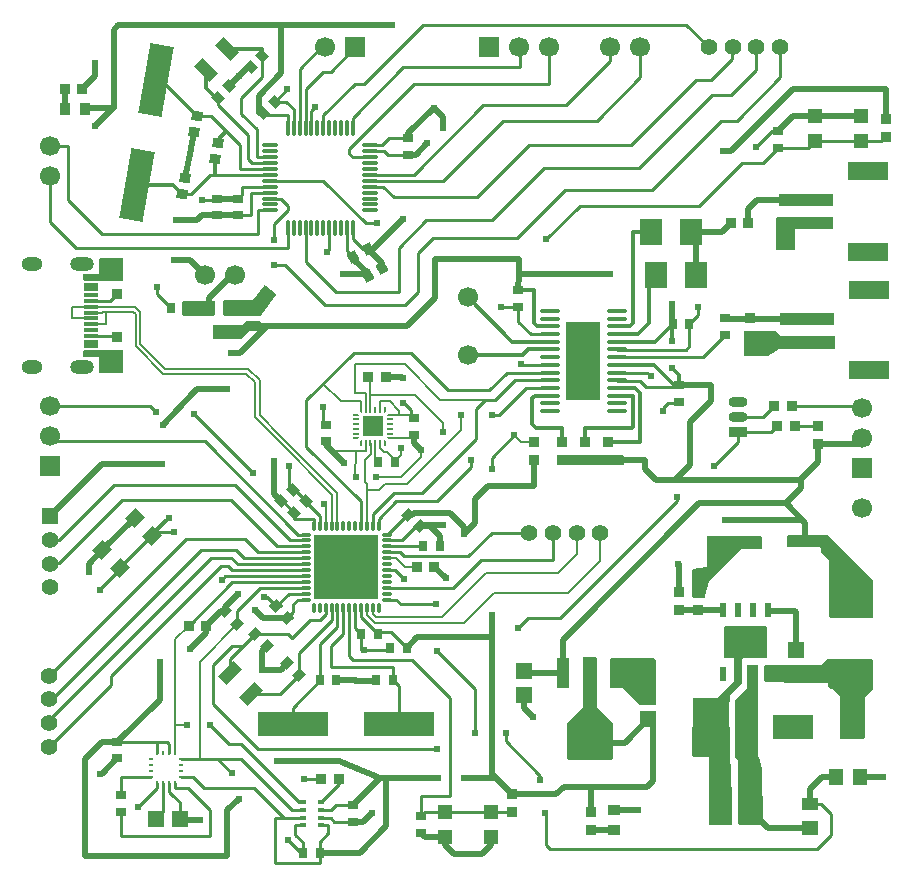
<source format=gtl>
G04 Layer: TopLayer*
G04 EasyEDA v6.5.40, 2024-05-01 14:29:32*
G04 7703e67730494ffebf129c6139567d94,10*
G04 Gerber Generator version 0.2*
G04 Scale: 100 percent, Rotated: No, Reflected: No *
G04 Dimensions in millimeters *
G04 leading zeros omitted , absolute positions ,4 integer and 5 decimal *
%FSLAX45Y45*%
%MOMM*%

%AMMACRO1*21,1,$1,$2,0,0,$3*%
%AMMACRO2*4,1,5,0.2528,0.1,0.2528,-0.1,-0.2522,-0.1,-0.2528,0,-0.1528,0.1,0.2528,0.1,0*%
%AMMACRO3*4,1,5,-0.1,0.2528,-0.1,-0.1528,0,-0.2528,0.1,-0.2522,0.1,0.2528,-0.1,0.2528,0*%
%AMMACRO4*4,1,5,-0.1,-0.2527,-0.1,0.1528,0,0.2527,0.1,0.2523,0.1,-0.2527,-0.1,-0.2527,0*%
%AMMACRO5*4,1,5,0.1,-0.2528,0.1,0.1527,0,0.2528,-0.1,0.2522,-0.1,-0.2528,0.1,-0.2528,0*%
%AMMACRO6*4,1,5,0.2528,-0.1,0.2528,0.1,-0.2522,0.1,-0.2528,0,-0.1527,-0.1,0.2528,-0.1,0*%
%AMMACRO7*4,1,5,-0.2528,0.1,-0.2528,-0.1,0.2522,-0.1,0.2528,0,0.1527,0.1,-0.2528,0.1,0*%
%AMMACRO8*4,1,5,-0.2527,-0.1,-0.2527,0.1,0.2522,0.1,0.2527,0,0.1527,-0.1,-0.2527,-0.1,0*%
%AMMACRO9*4,1,5,0.1,0.2528,0.1,-0.1528,0,-0.2528,-0.1,-0.2522,-0.1,0.2528,0.1,0.2528,0*%
%AMMACRO10*4,1,4,0.2828,0.9899,0.9899,0.2828,-0.2828,-0.9899,-0.9899,-0.2828,0.2828,0.9899,0*%
%AMMACRO11*4,1,4,0.9899,-0.2828,0.2828,-0.9899,-0.9899,0.2828,-0.2828,0.9899,0.9899,-0.2828,0*%
%ADD10C,0.5000*%
%ADD11C,0.2794*%
%ADD12C,0.2032*%
%ADD13C,0.3000*%
%ADD14C,0.4978*%
%ADD15C,0.2790*%
%ADD16MACRO1,0.864X0.8065X-90.0000*%
%ADD17MACRO1,0.864X0.8065X90.0000*%
%ADD18MACRO1,0.864X0.8065X0.0000*%
%ADD19R,0.8640X0.8065*%
%ADD20R,1.9000X2.2900*%
%ADD21MACRO1,0.8X0.9X-135.0000*%
%ADD22MACRO1,0.8X0.9X45.0000*%
%ADD23R,0.9000X0.8000*%
%ADD24MACRO1,0.8X0.9X30.0003*%
%ADD25MACRO1,0.8X0.9X-99.9994*%
%ADD26MACRO1,0.8X0.9X80.0006*%
%ADD27R,0.8999X1.0000*%
%ADD28R,1.3000X0.3000*%
%ADD29R,3.5000X2.3500*%
%ADD30MACRO1,0.864X0.8065X-135.0000*%
%ADD31R,4.5999X1.0008*%
%ADD32R,3.4011X1.6002*%
%ADD33R,1.3005X1.1506*%
%ADD34MACRO1,1.35X1.41X90.0000*%
%ADD35MACRO1,1.35X1.41X0.0000*%
%ADD36R,1.3500X1.4100*%
%ADD37R,2.8000X0.8000*%
%ADD38R,2.0000X2.0000*%
%ADD39O,1.7314926000000002X0.3430016*%
%ADD40R,2.9000X6.7000*%
%ADD41R,1.0000X0.8999*%
%ADD42R,1.1000X2.5000*%
%ADD43MACRO1,3.6X2.34X0.0000*%
%ADD44R,0.6000X1.3000*%
%ADD45R,3.5000X2.5000*%
%ADD46R,0.6000X0.4000*%
%ADD47R,0.4500X0.2500*%
%ADD48R,0.2500X0.4500*%
%ADD49O,1.499997X0.27000199999999996*%
%ADD50O,0.27000199999999996X1.499997*%
%ADD51O,0.2800096X0.8999982*%
%ADD52O,0.8999982X0.2800096*%
%ADD53R,5.5000X5.5000*%
%ADD54R,0.5050X0.2000*%
%ADD55R,0.2000X0.5050*%
%ADD56MACRO2*%
%ADD57R,1.7000X1.7000*%
%ADD58MACRO3*%
%ADD59MACRO4*%
%ADD60MACRO5*%
%ADD61MACRO6*%
%ADD62MACRO7*%
%ADD63MACRO8*%
%ADD64MACRO9*%
%ADD65MACRO10*%
%ADD66MACRO11*%
%ADD67R,0.8000X0.9000*%
%ADD68MACRO1,0.8X0.9X-45.0000*%
%ADD69MACRO1,0.8X0.9X135.0000*%
%ADD70MACRO1,6X2X-99.9999*%
%ADD71MACRO1,6X2X-100.0001*%
%ADD72R,6.0000X2.0000*%
%ADD73MACRO1,0.8X0.9X-134.9987*%
%ADD74MACRO1,0.8X0.9X-135.9995*%
%ADD75MACRO1,0.8X0.9X-49.9999*%
%ADD76MACRO1,1.377X1.1325X0.0000*%
%ADD77R,1.3770X1.1325*%
%ADD78MACRO1,1.377X1.1325X-90.0000*%
%ADD79R,1.0160X1.1430*%
%ADD80MACRO1,1.3005X1.1506X-135.0000*%
%ADD81C,1.7000*%
%ADD82O,1.7999964X1.1999976*%
%ADD83O,1.9999959999999999X1.1999976*%
%ADD84R,1.4000X1.4000*%
%ADD85C,1.4000*%
%ADD86O,1.5999968X0.8999982*%
%ADD87R,1.6000X0.9000*%
%ADD88C,0.6100*%
%ADD89C,0.6200*%
%ADD90C,0.0126*%

%LPD*%
G36*
X6471767Y-1975510D02*
G01*
X6467906Y-1974748D01*
X6464604Y-1972513D01*
X6462420Y-1969211D01*
X6461607Y-1965350D01*
X6461607Y-1705610D01*
X6462420Y-1701698D01*
X6464604Y-1698396D01*
X6467906Y-1696212D01*
X6471767Y-1695450D01*
X6606489Y-1695450D01*
X6610400Y-1696212D01*
X6613702Y-1698396D01*
X6615887Y-1701698D01*
X6616649Y-1705610D01*
X6616649Y-1965350D01*
X6615887Y-1969211D01*
X6613702Y-1972513D01*
X6610400Y-1974748D01*
X6606489Y-1975510D01*
G37*

%LPD*%
G36*
X741629Y-2239975D02*
G01*
X738835Y-2239619D01*
X733552Y-2236774D01*
X728065Y-2234844D01*
X721766Y-2234133D01*
X602081Y-2234133D01*
X597712Y-2233168D01*
X594207Y-2230424D01*
X592226Y-2226462D01*
X590296Y-2218944D01*
X589991Y-2216454D01*
X589991Y-2190140D01*
X590753Y-2186279D01*
X592988Y-2182977D01*
X596290Y-2180793D01*
X600151Y-2179980D01*
X728980Y-2179980D01*
X729996Y-2179015D01*
X729996Y-2050135D01*
X730758Y-2046274D01*
X732993Y-2042972D01*
X736295Y-2040788D01*
X740156Y-2039975D01*
X919835Y-2039975D01*
X923747Y-2040788D01*
X926998Y-2042972D01*
X929233Y-2046274D01*
X929995Y-2050135D01*
X929995Y-2229815D01*
X929233Y-2233726D01*
X926998Y-2237028D01*
X923747Y-2239213D01*
X919835Y-2239975D01*
G37*

%LPD*%
G36*
X1788363Y-2530856D02*
G01*
X1784451Y-2530094D01*
X1781200Y-2527909D01*
X1778965Y-2524607D01*
X1778203Y-2520696D01*
X1778203Y-2415082D01*
X1778965Y-2411171D01*
X1781200Y-2407869D01*
X1785264Y-2403805D01*
X1788515Y-2401620D01*
X1792376Y-2400858D01*
X2028647Y-2399995D01*
X2030628Y-2399182D01*
X2123694Y-2278227D01*
X2126691Y-2275586D01*
X2130501Y-2274316D01*
X2134514Y-2274620D01*
X2138070Y-2276449D01*
X2222500Y-2344013D01*
X2224989Y-2346909D01*
X2226208Y-2350516D01*
X2226005Y-2354326D01*
X2224430Y-2357831D01*
X2108708Y-2520188D01*
X2101189Y-2527909D01*
X2097887Y-2530094D01*
X2093975Y-2530856D01*
G37*

%LPD*%
G36*
X1438351Y-2530856D02*
G01*
X1434490Y-2530094D01*
X1431188Y-2527909D01*
X1428953Y-2524607D01*
X1428191Y-2520696D01*
X1428191Y-2421026D01*
X1428953Y-2417114D01*
X1431188Y-2413863D01*
X1434490Y-2411628D01*
X1438351Y-2410866D01*
X1698040Y-2410866D01*
X1701952Y-2411628D01*
X1705203Y-2413863D01*
X1707438Y-2417114D01*
X1708200Y-2421026D01*
X1708200Y-2520696D01*
X1707438Y-2524607D01*
X1705203Y-2527909D01*
X1701952Y-2530094D01*
X1698040Y-2530856D01*
G37*

%LPD*%
G36*
X1698345Y-2730855D02*
G01*
X1694484Y-2730093D01*
X1691182Y-2727909D01*
X1688998Y-2724607D01*
X1688185Y-2720695D01*
X1688185Y-2621026D01*
X1688998Y-2617114D01*
X1691182Y-2613863D01*
X1694484Y-2611628D01*
X1698345Y-2610866D01*
X1937207Y-2610866D01*
X1938883Y-2610154D01*
X1965248Y-2583840D01*
X1968500Y-2581656D01*
X1972411Y-2580843D01*
X2088032Y-2580843D01*
X2091943Y-2581656D01*
X2095246Y-2583840D01*
X2097430Y-2587142D01*
X2098192Y-2591003D01*
X2098192Y-2650693D01*
X2097430Y-2654604D01*
X2095246Y-2657906D01*
X2091943Y-2660091D01*
X2088032Y-2660853D01*
X1999183Y-2660853D01*
X1997506Y-2661564D01*
X1931162Y-2727909D01*
X1927860Y-2730093D01*
X1923999Y-2730855D01*
G37*

%LPD*%
G36*
X6196736Y-2870708D02*
G01*
X6192824Y-2869946D01*
X6189522Y-2867761D01*
X6187338Y-2864459D01*
X6186576Y-2860548D01*
X6186576Y-2670810D01*
X6187338Y-2666949D01*
X6189522Y-2663647D01*
X6192824Y-2661462D01*
X6196736Y-2660650D01*
X6452412Y-2660650D01*
X6456324Y-2661462D01*
X6459626Y-2663647D01*
X6495948Y-2699969D01*
X6497624Y-2700680D01*
X6946595Y-2700680D01*
X6950456Y-2701442D01*
X6953758Y-2703677D01*
X6955993Y-2706928D01*
X6956755Y-2710840D01*
X6956755Y-2800553D01*
X6955993Y-2804414D01*
X6953758Y-2807716D01*
X6950456Y-2809951D01*
X6946595Y-2810713D01*
X6488023Y-2810713D01*
X6485432Y-2811424D01*
X6389014Y-2869285D01*
X6386525Y-2870352D01*
X6383782Y-2870708D01*
G37*

%LPD*%
G36*
X740156Y-3020009D02*
G01*
X736295Y-3019196D01*
X732993Y-3017012D01*
X730758Y-3013710D01*
X729996Y-3009849D01*
X729996Y-2881020D01*
X728980Y-2880004D01*
X600151Y-2880004D01*
X596290Y-2879242D01*
X592988Y-2877007D01*
X590753Y-2873705D01*
X589991Y-2869844D01*
X589991Y-2843631D01*
X590296Y-2841142D01*
X592226Y-2833624D01*
X594207Y-2829661D01*
X597712Y-2826918D01*
X602081Y-2825953D01*
X721766Y-2825953D01*
X728116Y-2825242D01*
X733552Y-2823311D01*
X736396Y-2821533D01*
X738987Y-2820416D01*
X741781Y-2820009D01*
X919835Y-2820009D01*
X923747Y-2820771D01*
X926998Y-2822956D01*
X929233Y-2826258D01*
X929995Y-2830169D01*
X929995Y-3009849D01*
X929233Y-3013710D01*
X926998Y-3017012D01*
X923747Y-3019196D01*
X919835Y-3020009D01*
G37*

%LPD*%
G36*
X4610150Y-3799992D02*
G01*
X4606239Y-3799230D01*
X4602988Y-3796995D01*
X4600752Y-3793744D01*
X4599990Y-3789832D01*
X4599990Y-3720134D01*
X4600752Y-3716274D01*
X4602988Y-3712972D01*
X4606239Y-3710787D01*
X4610150Y-3709974D01*
X5159806Y-3709974D01*
X5163718Y-3710787D01*
X5167020Y-3712972D01*
X5169204Y-3716274D01*
X5169966Y-3720134D01*
X5169966Y-3789832D01*
X5169204Y-3793744D01*
X5167020Y-3796995D01*
X5163718Y-3799230D01*
X5159806Y-3799992D01*
G37*

%LPD*%
G36*
X5760161Y-4919980D02*
G01*
X5756300Y-4919218D01*
X5752998Y-4916982D01*
X5750814Y-4913731D01*
X5750001Y-4909820D01*
X5750001Y-4688586D01*
X5750661Y-4685080D01*
X5752439Y-4682032D01*
X5755182Y-4679746D01*
X5758484Y-4678578D01*
X5869025Y-4660138D01*
X5870041Y-4659426D01*
X5869990Y-4410151D01*
X5870752Y-4406239D01*
X5872988Y-4402988D01*
X5876239Y-4400753D01*
X5880150Y-4399991D01*
X6329832Y-4399991D01*
X6333744Y-4400753D01*
X6337046Y-4402937D01*
X6339230Y-4406239D01*
X6340043Y-4410151D01*
X6340043Y-4499813D01*
X6339230Y-4503724D01*
X6337046Y-4507026D01*
X6333744Y-4509211D01*
X6329883Y-4509973D01*
X6161024Y-4509973D01*
X6159296Y-4510684D01*
X5891022Y-4778959D01*
X5889701Y-4781397D01*
X5860694Y-4907127D01*
X5859678Y-4909769D01*
X5857951Y-4912055D01*
X5852972Y-4916982D01*
X5849721Y-4919218D01*
X5845810Y-4919980D01*
G37*

%LPD*%
G36*
X6920179Y-5090007D02*
G01*
X6916267Y-5089194D01*
X6913016Y-5087010D01*
X6910781Y-5083708D01*
X6910019Y-5079847D01*
X6910019Y-4601006D01*
X6909308Y-4599279D01*
X6843014Y-4532934D01*
X6840778Y-4529683D01*
X6840016Y-4525772D01*
X6840016Y-4500981D01*
X6839305Y-4499254D01*
X6830720Y-4490669D01*
X6828993Y-4490008D01*
X6560159Y-4490008D01*
X6556298Y-4489196D01*
X6552996Y-4487011D01*
X6550812Y-4483709D01*
X6549999Y-4479848D01*
X6549999Y-4400143D01*
X6550812Y-4396232D01*
X6552996Y-4392980D01*
X6556298Y-4390745D01*
X6560159Y-4389983D01*
X6895795Y-4389983D01*
X6899706Y-4390745D01*
X6903008Y-4392980D01*
X7277049Y-4767021D01*
X7279233Y-4770323D01*
X7279995Y-4774184D01*
X7279995Y-5079847D01*
X7279233Y-5083708D01*
X7277049Y-5087010D01*
X7273747Y-5089194D01*
X7269835Y-5090007D01*
G37*

%LPD*%
G36*
X5305552Y-5826455D02*
G01*
X5301640Y-5825693D01*
X5298338Y-5823508D01*
X5161991Y-5687161D01*
X5160314Y-5686450D01*
X5066436Y-5686450D01*
X5062524Y-5685637D01*
X5059273Y-5683453D01*
X5057038Y-5680151D01*
X5056276Y-5676290D01*
X5056276Y-5436514D01*
X5057038Y-5432653D01*
X5059273Y-5429351D01*
X5062524Y-5427116D01*
X5066436Y-5426354D01*
X5417159Y-5426354D01*
X5421020Y-5427116D01*
X5424322Y-5429351D01*
X5443372Y-5448401D01*
X5445607Y-5451703D01*
X5446369Y-5455564D01*
X5446369Y-5816295D01*
X5445607Y-5820206D01*
X5443372Y-5823508D01*
X5440121Y-5825693D01*
X5436209Y-5826455D01*
G37*

%LPD*%
G36*
X7010196Y-6109970D02*
G01*
X7006285Y-6109208D01*
X7002983Y-6107023D01*
X7000798Y-6103721D01*
X7000036Y-6099810D01*
X7000036Y-5750966D01*
X6999325Y-5749290D01*
X6940702Y-5690666D01*
X6939025Y-5690006D01*
X6924243Y-5690006D01*
X6920331Y-5689193D01*
X6917029Y-5687009D01*
X6903008Y-5672937D01*
X6900773Y-5669635D01*
X6900011Y-5665774D01*
X6900011Y-5640984D01*
X6898995Y-5639968D01*
X6534200Y-5639968D01*
X6530340Y-5639206D01*
X6527038Y-5637022D01*
X6520738Y-5630672D01*
X6519011Y-5629960D01*
X6370167Y-5629960D01*
X6366306Y-5629198D01*
X6363004Y-5627014D01*
X6360769Y-5623712D01*
X6360007Y-5619800D01*
X6360007Y-5500166D01*
X6360769Y-5496255D01*
X6363004Y-5492953D01*
X6366306Y-5490768D01*
X6370167Y-5490006D01*
X6839000Y-5490006D01*
X6840728Y-5489295D01*
X6887057Y-5442966D01*
X6890359Y-5440730D01*
X6894220Y-5439968D01*
X7269835Y-5439968D01*
X7273747Y-5440730D01*
X7277049Y-5442966D01*
X7279233Y-5446268D01*
X7279995Y-5450128D01*
X7279995Y-5685790D01*
X7279233Y-5689650D01*
X7277049Y-5692952D01*
X7210704Y-5759297D01*
X7209993Y-5760974D01*
X7209993Y-6099810D01*
X7209231Y-6103721D01*
X7207046Y-6107023D01*
X7203744Y-6109208D01*
X7199833Y-6109970D01*
G37*

%LPD*%
G36*
X6440170Y-6119977D02*
G01*
X6436309Y-6119215D01*
X6433007Y-6116980D01*
X6430772Y-6113729D01*
X6430010Y-6109817D01*
X6430010Y-5920130D01*
X6430772Y-5916269D01*
X6433007Y-5912967D01*
X6436309Y-5910732D01*
X6440170Y-5909970D01*
X6759854Y-5909970D01*
X6763766Y-5910732D01*
X6767017Y-5912967D01*
X6769252Y-5916269D01*
X6770014Y-5920130D01*
X6770014Y-6109817D01*
X6769252Y-6113729D01*
X6767017Y-6116980D01*
X6763766Y-6119215D01*
X6759854Y-6119977D01*
G37*

%LPD*%
G36*
X4704181Y-6290005D02*
G01*
X4700320Y-6289192D01*
X4697018Y-6287008D01*
X4692954Y-6282944D01*
X4690770Y-6279642D01*
X4690008Y-6275781D01*
X4690008Y-5984189D01*
X4690770Y-5980328D01*
X4692954Y-5977026D01*
X4819294Y-5850686D01*
X4820005Y-5849010D01*
X4820005Y-5430164D01*
X4820767Y-5426252D01*
X4822952Y-5422950D01*
X4826254Y-5420766D01*
X4830165Y-5420004D01*
X4929835Y-5420004D01*
X4933696Y-5420766D01*
X4936998Y-5422950D01*
X4939233Y-5426252D01*
X4939995Y-5430164D01*
X4939995Y-5849010D01*
X4941011Y-5849975D01*
X4945786Y-5849975D01*
X4949647Y-5850737D01*
X4952949Y-5852972D01*
X5077002Y-5977026D01*
X5079238Y-5980328D01*
X5080000Y-5984189D01*
X5080000Y-6279845D01*
X5079238Y-6283706D01*
X5077002Y-6287008D01*
X5073700Y-6289192D01*
X5069840Y-6290005D01*
G37*

%LPD*%
G36*
X6150152Y-6839966D02*
G01*
X6146292Y-6839203D01*
X6142990Y-6837019D01*
X6140805Y-6833717D01*
X6139992Y-6829806D01*
X6139992Y-6300978D01*
X6139484Y-6299352D01*
X6112459Y-6267856D01*
X6110630Y-6264757D01*
X6110020Y-6261201D01*
X6110020Y-5794197D01*
X6110782Y-5790285D01*
X6113018Y-5786983D01*
X6209334Y-5690666D01*
X6209995Y-5688990D01*
X6209995Y-5500166D01*
X6210808Y-5496255D01*
X6212992Y-5492953D01*
X6216294Y-5490768D01*
X6220155Y-5490006D01*
X6299860Y-5490006D01*
X6303721Y-5490768D01*
X6307023Y-5492953D01*
X6309258Y-5496255D01*
X6310020Y-5500166D01*
X6310020Y-6264249D01*
X6310223Y-6265672D01*
X6339636Y-6368643D01*
X6340043Y-6371336D01*
X6344920Y-6829704D01*
X6344158Y-6833616D01*
X6341973Y-6836968D01*
X6338671Y-6839203D01*
X6334760Y-6839966D01*
G37*

%LPD*%
G36*
X5900166Y-6844995D02*
G01*
X5896305Y-6844182D01*
X5893003Y-6841998D01*
X5890768Y-6838696D01*
X5890006Y-6834835D01*
X5890006Y-6265976D01*
X5888990Y-6265011D01*
X5760262Y-6265011D01*
X5756351Y-6264198D01*
X5753049Y-6261963D01*
X5750814Y-6258661D01*
X5750102Y-6254750D01*
X5754878Y-5780024D01*
X5755690Y-5776214D01*
X5757875Y-5772912D01*
X5761177Y-5770727D01*
X5765038Y-5769965D01*
X5959043Y-5769965D01*
X5960719Y-5769254D01*
X6099302Y-5630672D01*
X6100013Y-5628995D01*
X6100013Y-5430977D01*
X6098997Y-5429961D01*
X6030163Y-5429961D01*
X6026302Y-5429199D01*
X6023000Y-5427014D01*
X6020816Y-5423712D01*
X6020003Y-5419801D01*
X6020003Y-5170119D01*
X6020816Y-5166258D01*
X6023000Y-5162956D01*
X6026302Y-5160772D01*
X6030163Y-5159959D01*
X6369862Y-5159959D01*
X6373723Y-5160772D01*
X6377025Y-5162956D01*
X6379260Y-5166258D01*
X6380022Y-5170119D01*
X6380022Y-5419801D01*
X6379260Y-5423712D01*
X6377025Y-5427014D01*
X6373723Y-5429199D01*
X6369862Y-5429961D01*
X6181039Y-5429961D01*
X6179312Y-5430672D01*
X6170726Y-5439257D01*
X6170015Y-5440984D01*
X6170015Y-5635752D01*
X6169253Y-5639663D01*
X6167018Y-5642965D01*
X6070701Y-5739282D01*
X6070041Y-5740958D01*
X6070041Y-5785764D01*
X6069228Y-5789676D01*
X6067044Y-5792978D01*
X6060643Y-5799378D01*
X6060033Y-5801004D01*
X6069990Y-6229908D01*
X6085027Y-6614769D01*
X6085027Y-6834835D01*
X6084214Y-6838696D01*
X6082030Y-6841998D01*
X6078728Y-6844182D01*
X6074867Y-6844995D01*
G37*

%LPD*%
D10*
X6670040Y-3914139D02*
G01*
X6664197Y-3919981D01*
X5439918Y-3919981D01*
X5350002Y-3830065D01*
X5350002Y-3755389D01*
X5035041Y-3755389D01*
D11*
X2474975Y-4684776D02*
G01*
X1849120Y-4684776D01*
X1819402Y-4655057D01*
X1761744Y-4655057D01*
X830326Y-5586476D01*
X830326Y-5654802D01*
X305054Y-6180073D01*
D10*
X1725015Y-1680006D02*
G01*
X1594987Y-1680006D01*
X1555000Y-1719994D01*
X1380015Y-1719994D01*
D12*
X3640836Y-3515868D02*
G01*
X3640836Y-3440937D01*
X3399790Y-3199892D01*
X3024886Y-3199892D01*
X3024886Y-3166871D01*
D11*
X2795015Y-5005070D02*
G01*
X2795015Y-5224970D01*
X2689857Y-5330123D01*
X2689857Y-5509988D01*
X3215004Y-5509988D01*
X3215004Y-5619978D01*
X2844800Y-5004815D02*
G01*
X2844800Y-5409945D01*
X2879852Y-5444997D01*
X3374897Y-5444997D01*
X3700018Y-5770118D01*
X3700018Y-6249923D01*
D10*
X5781497Y-2189987D02*
G01*
X5781497Y-1819988D01*
X5741492Y-1819988D01*
D11*
X4515104Y-1884934D02*
G01*
X4795011Y-1605026D01*
X5804915Y-1605026D01*
X6169913Y-1240028D01*
X6352286Y-1240028D01*
X6476745Y-1115568D01*
D13*
X5114180Y-2622885D02*
G01*
X5222092Y-2622885D01*
X5249986Y-2594990D01*
X5249986Y-1819986D01*
X5398490Y-1819986D01*
D12*
X2695041Y-4315079D02*
G01*
X2695041Y-4284080D01*
X2699750Y-4279371D01*
X2699750Y-4177771D01*
X2699750Y-4047515D01*
X2230140Y-3577904D01*
X2044720Y-3392484D01*
X2044720Y-3131820D01*
X2044720Y-3096417D01*
X1970879Y-3022579D01*
X1305560Y-3022579D01*
X1271325Y-3022579D01*
X1036340Y-2787594D01*
X1036340Y-2555239D01*
X1036340Y-2519837D01*
X1016802Y-2500302D01*
X854118Y-2500302D01*
X752518Y-2500302D01*
X747821Y-2504998D01*
X657428Y-2504998D01*
X2745079Y-4315079D02*
G01*
X2745079Y-4284080D01*
X2740370Y-4279371D01*
X2740370Y-4177771D01*
X2740370Y-4030690D01*
X2270759Y-3561079D01*
X2085340Y-3375660D01*
X2085340Y-3131820D01*
X2085340Y-3079592D01*
X1987704Y-2981960D01*
X1305560Y-2981960D01*
X1288150Y-2981960D01*
X1076960Y-2770769D01*
X1076960Y-2555239D01*
X1076960Y-2503012D01*
X1033627Y-2459682D01*
X854118Y-2459682D01*
X752518Y-2459682D01*
X747821Y-2454986D01*
X657428Y-2454986D01*
D10*
X1910079Y-6620002D02*
G01*
X1810004Y-6720078D01*
X1810004Y-7109968D01*
X607060Y-7109968D01*
X607060Y-6289039D01*
X755904Y-6140195D01*
X881379Y-6140195D01*
D12*
X3044952Y-5004815D02*
G01*
X3044952Y-5055107D01*
X3072384Y-5082539D01*
X3627374Y-5082539D01*
X3999991Y-4709921D01*
X4610100Y-4709921D01*
X4769865Y-4549902D01*
X4769865Y-4370070D01*
X3106420Y-3327400D02*
G01*
X3106420Y-3256279D01*
X3186429Y-3256279D01*
X3266947Y-3336797D01*
X3266947Y-3370326D01*
D11*
X2175009Y-1190010D02*
G01*
X2059995Y-1190010D01*
X2059995Y-949998D01*
X1929996Y-819998D01*
X1929996Y-689998D01*
X2109503Y-510491D01*
X2109503Y-330507D01*
X2644902Y-5005070D02*
G01*
X2644902Y-5059934D01*
X2596895Y-5107939D01*
X2512059Y-5107939D01*
X2359659Y-5260339D01*
X2325370Y-5226050D01*
X2048509Y-5226050D01*
X2695041Y-5004935D02*
G01*
X2695041Y-5109933D01*
X2419324Y-5385650D01*
X2419324Y-5573979D01*
X2744972Y-5005070D02*
G01*
X2744972Y-5164838D01*
X2594990Y-5314820D01*
X2594990Y-5619978D01*
X2894843Y-5004815D02*
G01*
X2894843Y-5175407D01*
X2945765Y-5226329D01*
X2944873Y-5004815D02*
G01*
X2944873Y-5085079D01*
X3085769Y-5225973D01*
X3085769Y-5226329D01*
D12*
X2994919Y-5004815D02*
G01*
X2994919Y-5065011D01*
X3059943Y-5130037D01*
X3819946Y-5130037D01*
X4069989Y-4879987D01*
X4699993Y-4879987D01*
X4969992Y-4609988D01*
X4969992Y-4369968D01*
D11*
X2474975Y-4534915D02*
G01*
X2074925Y-4534915D01*
X1961134Y-4421123D01*
X1463802Y-4421123D01*
X305054Y-5579871D01*
D10*
X604994Y-779998D02*
G01*
X614994Y-769998D01*
X849998Y-769998D01*
X690118Y-929894D02*
G01*
X850900Y-769112D01*
X850900Y-109220D01*
X890015Y-70104D01*
X3210052Y-70104D01*
D11*
X2474975Y-1789937D02*
G01*
X2474975Y-2074926D01*
X2729229Y-2329179D01*
X3263900Y-2329179D01*
X3263900Y-1956054D01*
X3495040Y-1724913D01*
X4050029Y-1724913D01*
X4495038Y-1279905D01*
X5294884Y-1279905D01*
X5915152Y-659892D01*
X6079997Y-659892D01*
X6290056Y-450087D01*
X6290056Y-260095D01*
X2210054Y-2100071D02*
G01*
X2299970Y-2100071D01*
X2643377Y-2443479D01*
X3316477Y-2443479D01*
X3430015Y-2329942D01*
X3430015Y-1999995D01*
X3554984Y-1875028D01*
X4265422Y-1875028D01*
X4675377Y-1465071D01*
X5409945Y-1465071D01*
X5994908Y-880110D01*
X6124956Y-880110D01*
X6489954Y-515112D01*
X6489954Y-260095D01*
D10*
X2105659Y-5529579D02*
G01*
X2265753Y-5529579D01*
X2320330Y-5475003D01*
D14*
X2147570Y-5325110D02*
G01*
X2105659Y-5367020D01*
X2105659Y-5529579D01*
D11*
X2474975Y-4434839D02*
G01*
X2344927Y-4434839D01*
X1876044Y-3965955D01*
X853947Y-3965955D01*
X389889Y-4430013D01*
X309879Y-4430013D01*
D15*
X2297435Y-6782562D02*
G01*
X2217414Y-6782562D01*
X2217414Y-7167879D01*
X2594762Y-7167879D01*
X2594762Y-7081520D01*
D10*
X3105911Y-6450076D02*
G01*
X2755391Y-6299962D01*
X2229865Y-6299962D01*
X2594762Y-7081520D02*
G01*
X2933700Y-7081520D01*
X3159757Y-6855462D01*
X3159757Y-6449987D01*
X3105993Y-6449987D01*
D12*
X2898140Y-3675379D02*
G01*
X2896232Y-3899992D01*
X2899994Y-3899992D01*
D11*
X2944875Y-4314952D02*
G01*
X2944875Y-4104894D01*
X2481579Y-3641597D01*
X2481579Y-3248405D01*
X2884931Y-2845054D01*
X3370072Y-2845054D01*
X3685031Y-3160013D01*
X4029963Y-3160013D01*
X4177029Y-3012947D01*
X4541011Y-3012947D01*
D10*
X2045461Y-5026405D02*
G01*
X2114804Y-5095494D01*
X2318258Y-5095494D01*
X3442936Y-4314149D02*
G01*
X3526749Y-4314149D01*
X3613292Y-4400692D01*
X3613292Y-4483107D01*
D14*
X3442939Y-4314149D02*
G01*
X3449248Y-4307839D01*
X3639820Y-4307839D01*
D12*
X657352Y-2554986D02*
G01*
X500126Y-2554986D01*
X500126Y-2454910D01*
X657352Y-2454910D01*
X657352Y-2605023D02*
G01*
X784860Y-2605023D01*
X784860Y-2499613D01*
D11*
X6476639Y-964945D02*
G01*
X6426911Y-964945D01*
X6291579Y-1100277D01*
X4500118Y-6739889D02*
G01*
X4510024Y-6750050D01*
X4510024Y-7009892D01*
X4546854Y-7046721D01*
X6803390Y-7046721D01*
X6925056Y-6925055D01*
X6925056Y-6754876D01*
X6839965Y-6670039D01*
X6750050Y-6670039D01*
D10*
X4277613Y-2315463D02*
G01*
X4279900Y-2180081D01*
X5050027Y-2180081D01*
D11*
X2215040Y-720702D02*
G01*
X2320584Y-615157D01*
X2320584Y-615154D01*
D10*
X2255514Y-70104D02*
G01*
X2270000Y-84330D01*
X2270000Y-480057D01*
X2080519Y-669533D01*
X2080519Y-819683D01*
X2116048Y-819683D01*
D11*
X1725015Y-1540002D02*
G01*
X1715010Y-1550007D01*
X1599994Y-1550007D01*
X1338201Y-2470863D02*
G01*
X1219200Y-2351862D01*
X1219200Y-2288539D01*
X4277593Y-2455390D02*
G01*
X4277362Y-2455621D01*
X4126052Y-2455621D01*
X5114188Y-3012922D02*
G01*
X5363514Y-3012922D01*
X5396359Y-3045767D01*
X5114290Y-3077971D02*
G01*
X5117084Y-3080765D01*
X5306313Y-3080765D01*
X5361431Y-3135884D01*
X5639815Y-3135884D01*
X5639815Y-3119881D01*
D13*
X5114290Y-2947923D02*
G01*
X5423408Y-2947923D01*
X5595620Y-3119881D01*
X5640070Y-3119881D01*
D11*
X5725109Y-2600096D02*
G01*
X5796460Y-2528745D01*
X5796460Y-2455618D01*
X5114188Y-2817901D02*
G01*
X5116997Y-2820710D01*
X5696435Y-2820710D01*
X5725109Y-2792036D01*
X5725109Y-2600096D01*
X4541011Y-2687828D02*
G01*
X4538218Y-2690621D01*
X4380991Y-2690621D01*
X4277613Y-2587244D01*
X4277613Y-2455418D01*
X5639866Y-3259886D02*
G01*
X5628929Y-3270824D01*
X5546397Y-3270824D01*
X5501386Y-3315835D01*
X5501386Y-3340841D01*
X2945767Y-5226329D02*
G01*
X2945767Y-5364987D01*
X2969996Y-5364987D01*
X2969996Y-5364987D02*
G01*
X3190824Y-5364987D01*
X3190824Y-5341343D01*
X3164941Y-4434967D02*
G01*
X3291979Y-4434967D01*
X3412804Y-4314139D01*
X3442944Y-4314139D01*
X3164941Y-4384929D02*
G01*
X3334715Y-4215155D01*
X3343960Y-4215155D01*
D10*
X3819908Y-4379973D02*
G01*
X3819908Y-4320034D01*
X3699769Y-4199892D01*
X3389884Y-4199892D01*
X3374621Y-4215155D01*
X3343960Y-4215155D01*
D14*
X3566198Y-4661184D02*
G01*
X3660922Y-4755908D01*
X3660922Y-4756198D01*
X7169993Y-6439992D02*
G01*
X7173371Y-6436613D01*
X7361859Y-6436613D01*
D12*
X3187750Y-3369995D02*
G01*
X3359988Y-3369995D01*
X3389985Y-3399993D01*
X3229990Y-3769995D02*
G01*
X3285827Y-3714158D01*
X3285827Y-3655921D01*
X3104997Y-3612743D02*
G01*
X3104997Y-3655136D01*
X3135790Y-3685928D01*
X3165797Y-3685928D01*
X3229990Y-3750122D01*
X3229990Y-3769995D01*
X3065015Y-3612642D02*
G01*
X3065015Y-3769995D01*
X3090011Y-3769995D01*
D11*
X2644142Y-3455540D02*
G01*
X2623820Y-3435217D01*
X2623820Y-3307079D01*
X2594869Y-4315203D02*
G01*
X2594869Y-4230370D01*
X2477744Y-4113248D01*
X2477744Y-4103395D01*
X2477744Y-4103395D02*
G01*
X2382111Y-4007761D01*
X2369393Y-4007761D01*
X2369393Y-4007761D02*
G01*
X2334259Y-3972628D01*
X2334259Y-3807460D01*
X3085769Y-5226329D02*
G01*
X3085769Y-5211315D01*
X3200808Y-5211315D01*
X3330823Y-5341343D01*
D10*
X3330829Y-5341340D02*
G01*
X3420844Y-5251325D01*
X4049996Y-5251325D01*
X4049996Y-5285686D01*
D11*
X2228291Y-4988278D02*
G01*
X2149833Y-4909820D01*
X2123440Y-4909820D01*
X2474973Y-4834892D02*
G01*
X2091941Y-4834892D01*
X1897303Y-5029530D01*
X1897303Y-5140883D01*
D10*
X1790776Y-5034356D02*
G01*
X1790776Y-4995854D01*
X1900430Y-4886200D01*
D11*
X2475072Y-4885054D02*
G01*
X2331516Y-4885054D01*
X2228291Y-4988280D01*
D14*
X2875285Y-6816242D02*
G01*
X2962757Y-6816242D01*
X3037840Y-6741160D01*
X881379Y-6280304D02*
G01*
X753264Y-6408420D01*
X736600Y-6408420D01*
D10*
X3450005Y-6909993D02*
G01*
X3486683Y-6946671D01*
X3654425Y-6946671D01*
X3654552Y-6946645D02*
G01*
X3654552Y-7015226D01*
X3731006Y-7091679D01*
X3850218Y-7091679D01*
X3850218Y-7091679D02*
G01*
X3971036Y-7091679D01*
X4045458Y-7017258D01*
X4045458Y-6946645D01*
X5089982Y-6714997D02*
G01*
X5286331Y-6714997D01*
X4322439Y-5740859D02*
G01*
X4322439Y-5852815D01*
X4401108Y-5931484D01*
D11*
X4170934Y-6061455D02*
G01*
X4170934Y-6136639D01*
X4459986Y-6425437D01*
X4459986Y-6459981D01*
X2625090Y-940054D02*
G01*
X2625090Y-835660D01*
X2890774Y-569976D01*
X2970022Y-569976D01*
X3469893Y-70104D01*
X5700013Y-70104D01*
X5890006Y-260095D01*
X3024886Y-1189989D02*
G01*
X2875025Y-1189989D01*
X2845054Y-1160018D01*
X2845054Y-1119886D01*
X3394963Y-569976D01*
X4539995Y-569976D01*
X4539995Y-260095D01*
X2875025Y-940054D02*
G01*
X2875025Y-854963D01*
X3299968Y-430021D01*
X4291075Y-430021D01*
X4291075Y-260095D01*
X4285995Y-260095D01*
X2474975Y-4584954D02*
G01*
X1955038Y-4584954D01*
X1886204Y-4516120D01*
X1588770Y-4516120D01*
X324865Y-5780023D01*
X305054Y-5780023D01*
X2474975Y-4484878D02*
G01*
X2234945Y-4484878D01*
X1846071Y-4096004D01*
X923797Y-4096004D01*
X389889Y-4629912D01*
X309879Y-4629912D01*
X2175007Y-1389987D02*
G01*
X2625003Y-1389987D01*
X2984992Y-1749983D01*
X3079993Y-1749996D01*
D10*
X6476644Y-964920D02*
G01*
X6598008Y-843556D01*
X6786166Y-843556D01*
X6786168Y-843559D02*
G01*
X7199403Y-843559D01*
X7203777Y-839185D01*
D11*
X7386853Y-1015542D02*
G01*
X7345474Y-1056921D01*
X7177323Y-1056921D01*
X6786166Y-1056921D02*
G01*
X6727494Y-1115593D01*
X6476644Y-1115593D01*
X7203777Y-1052542D02*
G01*
X7199401Y-1056919D01*
X6786168Y-1056919D01*
X3700018Y-6249923D02*
G01*
X3700018Y-6595110D01*
X3450081Y-6595110D01*
X3450081Y-6769862D01*
D10*
X2734990Y-5619978D02*
G01*
X2904997Y-5619978D01*
X2910001Y-5624982D01*
X2910001Y-5624982D02*
G01*
X3075000Y-5624982D01*
X3075000Y-5619978D01*
D11*
X3024886Y-1439926D02*
G01*
X3130041Y-1439926D01*
X3219958Y-1530095D01*
X3929888Y-1530095D01*
X4370070Y-1089913D01*
X5230113Y-1089913D01*
X5780024Y-540004D01*
X5910072Y-540004D01*
X6089904Y-359918D01*
X6089904Y-260095D01*
D13*
X5114290Y-2752852D02*
G01*
X5398515Y-2752852D01*
X5398515Y-2752852D01*
X5432043Y-2752852D01*
X5584952Y-2599944D01*
D10*
X4322445Y-5540857D02*
G01*
X4335449Y-5553862D01*
X4652441Y-5553862D01*
X585335Y-609996D02*
G01*
X695960Y-499371D01*
X695960Y-393700D01*
X434594Y-610107D02*
G01*
X435102Y-780034D01*
X1659381Y-2469387D02*
G01*
X1659381Y-2380742D01*
X1849881Y-2189987D01*
X1877060Y-2189987D01*
X1622983Y-2189987D02*
G01*
X1492986Y-2059990D01*
X1359992Y-2059990D01*
X1839976Y-2849879D02*
G01*
X1919986Y-2849879D01*
X2150109Y-2620010D01*
X3329940Y-2620010D01*
X3569970Y-2379979D01*
X3569970Y-2050034D01*
X4279900Y-2050034D01*
X4279900Y-2180081D01*
X2169922Y-2620010D02*
G01*
X2171031Y-2620865D01*
X2048200Y-2620865D01*
D11*
X1730476Y-689482D02*
G01*
X1730476Y-745464D01*
X1990006Y-1004994D01*
X1990006Y-1205011D01*
X2025017Y-1239997D01*
X2175012Y-1239997D01*
D13*
X1631622Y-448388D02*
G01*
X1631622Y-606610D01*
X1714492Y-689482D01*
X1730476Y-689482D01*
D10*
X2879364Y-2034994D02*
G01*
X2879364Y-2049376D01*
X3000070Y-2170079D01*
X3000070Y-2199081D01*
X3000598Y-1964997D02*
G01*
X3121329Y-2085728D01*
X3121329Y-2129078D01*
X3299993Y-1709996D02*
G01*
X3045000Y-1964989D01*
X3000608Y-1964989D01*
X3559992Y-769998D02*
G01*
X3639992Y-849998D01*
X3639992Y-939998D01*
X3342642Y-1169819D02*
G01*
X3407260Y-1169819D01*
X3505200Y-1071879D01*
D11*
X3024880Y-1340104D02*
G01*
X3389884Y-1340104D01*
X3979923Y-750062D01*
X4679950Y-750062D01*
X5054295Y-375716D01*
X5054295Y-260070D01*
D10*
X3559992Y-769998D02*
G01*
X3342640Y-987353D01*
X3342640Y-1029817D01*
D11*
X2325115Y-1789937D02*
G01*
X2325115Y-1960115D01*
X530100Y-1960115D01*
X310083Y-1740098D01*
X310083Y-1347317D01*
D10*
X2060079Y-2629915D02*
G01*
X2051034Y-2620873D01*
X2048205Y-2620873D01*
X1529996Y-3179993D02*
G01*
X1559996Y-3149993D01*
X1809996Y-3149993D01*
X1270000Y-3459987D02*
G01*
X1529996Y-3179993D01*
D12*
X3070097Y-3899915D02*
G01*
X3279902Y-3899915D01*
X3450081Y-3729989D01*
X3450081Y-3670045D01*
D10*
X3000070Y-2199081D02*
G01*
X2980987Y-2179998D01*
X2789994Y-2179998D01*
D11*
X2175007Y-1539999D02*
G01*
X2265011Y-1539999D01*
X2325001Y-1599989D01*
X2325001Y-1639989D01*
X2245006Y-1719996D01*
X2209995Y-1755007D01*
X2209995Y-1889996D01*
X2824993Y-1790011D02*
G01*
X2824993Y-1980620D01*
X2879369Y-2034997D01*
X3024880Y-1389887D02*
G01*
X3640076Y-1389887D01*
X4150108Y-880107D01*
X4940051Y-880107D01*
X5308295Y-511863D01*
X5308295Y-260070D01*
X3024992Y-1140023D02*
G01*
X3140014Y-1140023D01*
X3169810Y-1169822D01*
X3342640Y-1169822D01*
X2425006Y-940010D02*
G01*
X2425006Y-444990D01*
X2609999Y-259994D01*
X2642997Y-259994D01*
X1899996Y-1540002D02*
G01*
X1939998Y-1499999D01*
X1939998Y-1439999D01*
X2175012Y-1440022D01*
D10*
X1725018Y-1539999D02*
G01*
X1899993Y-1539999D01*
X1899996Y-1540002D01*
X1725018Y-1680009D02*
G01*
X1899993Y-1680009D01*
X1899996Y-1680006D01*
D13*
X1808378Y-271630D02*
G01*
X2109495Y-271630D01*
X2109495Y-330504D01*
D10*
X1829488Y-590499D02*
G01*
X1914984Y-505002D01*
X1915007Y-505002D01*
X1915007Y-505002D02*
G01*
X1990524Y-429486D01*
X2010481Y-429486D01*
X1457154Y-1366057D02*
G01*
X1497589Y-1159255D01*
X1497589Y-1159255D02*
G01*
X1532846Y-978936D01*
X6225311Y-1749983D02*
G01*
X6225311Y-1624677D01*
X6299062Y-1550926D01*
X6714642Y-1550926D01*
D13*
X5114180Y-2687878D02*
G01*
X5292117Y-2687878D01*
X5385010Y-2594985D01*
X5385010Y-2189987D01*
X5438495Y-2189987D01*
D11*
X657349Y-2705100D02*
G01*
X870432Y-2705100D01*
X880008Y-2714675D01*
X3024990Y-1089974D02*
G01*
X3124989Y-1089992D01*
X1557167Y-841054D02*
G01*
X1676049Y-841054D01*
X1920003Y-1084996D01*
X1920003Y-1289999D01*
X2175007Y-1289999D01*
X2175007Y-1340004D02*
G01*
X1664980Y-1340004D01*
X1501046Y-1503941D01*
X1432839Y-1503941D01*
D13*
X1707842Y-1203939D02*
G01*
X1712389Y-1208478D01*
X1712389Y-1340004D01*
X1732145Y-1066055D02*
G01*
X1732145Y-1040500D01*
X1803831Y-968822D01*
D11*
X3124995Y-1089992D02*
G01*
X3185167Y-1029817D01*
X3342640Y-1029817D01*
X2474975Y-4384802D02*
G01*
X2415031Y-4384802D01*
X1620012Y-3590036D01*
X310134Y-3590036D01*
X310134Y-3549904D01*
X3589995Y-5369991D02*
G01*
X3910990Y-5690986D01*
X3910990Y-6061532D01*
X3164946Y-4684897D02*
G01*
X3229897Y-4684897D01*
X3309990Y-4764986D01*
X5934991Y-3804996D02*
G01*
X6134988Y-3604999D01*
X6134988Y-3516985D01*
X3164840Y-4534915D02*
G01*
X3275075Y-4534915D01*
X3309874Y-4569968D01*
X3849877Y-4569968D01*
X4049775Y-4370070D01*
X4370070Y-4370070D01*
X3164840Y-4834889D02*
G01*
X3725163Y-4834889D01*
X3960113Y-4599939D01*
X4569968Y-4599939D01*
X4569968Y-4370070D01*
X3164941Y-4485004D02*
G01*
X3471418Y-4485004D01*
X3473322Y-4483100D01*
D12*
X2645003Y-4315079D02*
G01*
X2645003Y-4145000D01*
X2629994Y-4129991D01*
D11*
X1209997Y-3349990D02*
G01*
X1156012Y-3296005D01*
X310006Y-3296005D01*
X2029995Y-3859992D02*
G01*
X1529996Y-3359993D01*
X1529996Y-3359993D01*
D10*
X6025006Y-2555011D02*
G01*
X6025921Y-2555925D01*
X6724624Y-2555925D01*
X5741492Y-1819986D02*
G01*
X6004664Y-1819986D01*
X6074669Y-1749983D01*
X310006Y-4229988D02*
G01*
X750003Y-3789992D01*
X1259997Y-3789992D01*
X5585104Y-2600096D02*
G01*
X5579988Y-2594980D01*
X5579988Y-2429995D01*
X5604763Y-3919981D02*
G01*
X5729986Y-3794760D01*
X5729986Y-3430015D01*
X5910072Y-3249929D01*
X5909818Y-3119881D01*
X5639815Y-3119881D01*
D12*
X3164941Y-4585078D02*
G01*
X3245086Y-4585078D01*
X3321187Y-4661179D01*
X3415563Y-4661179D01*
D10*
X5630011Y-4629988D02*
G01*
X5634913Y-4634890D01*
X5634913Y-4869662D01*
X6022340Y-4262120D02*
G01*
X6680200Y-4262120D01*
X6681215Y-4261104D01*
X6539986Y-4119991D02*
G01*
X6708013Y-4288017D01*
X6708013Y-4444974D01*
X4889992Y-6885310D02*
G01*
X5089992Y-6884987D01*
X4889982Y-6734657D02*
G01*
X4889982Y-6531881D01*
X4901877Y-6519986D01*
X6750050Y-6670039D02*
G01*
X6750050Y-6539992D01*
X6849872Y-6439915D01*
X6970013Y-6439915D01*
X6240043Y-6719976D02*
G01*
X6390055Y-6869988D01*
X6749973Y-6869988D01*
X2799989Y-3779992D02*
G01*
X2644140Y-3624143D01*
X2644140Y-3595522D01*
X2268674Y-4104995D02*
G01*
X2207259Y-4043580D01*
X2207259Y-3759200D01*
X3299993Y-3059988D02*
G01*
X3290013Y-3050009D01*
X3155317Y-3050009D01*
X3449998Y-3669990D02*
G01*
X3389985Y-3609977D01*
X3389985Y-3539997D01*
D15*
X3560825Y-4101084D02*
G01*
X3589020Y-4101084D01*
X3880104Y-3810000D01*
X3880104Y-3750055D01*
D10*
X3819992Y-4379991D02*
G01*
X3909992Y-4289991D01*
X3909992Y-4079991D01*
X4019991Y-3969992D01*
X4409991Y-3969992D01*
X4409998Y-3755313D01*
X4085297Y-6449987D02*
G01*
X4049991Y-6414681D01*
X4049991Y-5069989D01*
X1635305Y-5154978D02*
G01*
X1755927Y-5034356D01*
X1790776Y-5034356D01*
X1499996Y-5349989D02*
G01*
X1635302Y-5214683D01*
X1635302Y-5154980D01*
X3599990Y-6449987D02*
G01*
X3101530Y-6449987D01*
X2875279Y-6676237D01*
X4219983Y-6584670D02*
G01*
X4085313Y-6449999D01*
X3815003Y-6449999D01*
X5374436Y-5950330D02*
G01*
X5419989Y-5995883D01*
X5419989Y-6469987D01*
X5369989Y-6519986D01*
X4659990Y-6519986D01*
X4595307Y-6584670D01*
X4219981Y-6584670D01*
X5374436Y-5950330D02*
G01*
X5176900Y-6147866D01*
X4882438Y-6147866D01*
D11*
X880008Y-2345334D02*
G01*
X820341Y-2405001D01*
X657430Y-2405001D01*
D12*
X3004667Y-3050006D02*
G01*
X3025005Y-3070344D01*
X3025005Y-3327245D01*
X4239988Y-3544994D02*
G01*
X4299663Y-3604666D01*
X4409998Y-3604666D01*
X3187750Y-3569995D02*
G01*
X3359988Y-3569995D01*
X3389985Y-3539997D01*
D11*
X5114180Y-2882912D02*
G01*
X5837110Y-2882912D01*
X6025006Y-2695016D01*
D13*
X4541027Y-2622895D02*
G01*
X4435099Y-2622895D01*
X4407578Y-2595379D01*
X4407578Y-2315372D01*
X4277575Y-2315372D01*
X5579996Y-2749994D02*
G01*
X5579996Y-2599999D01*
X5584982Y-2599999D01*
X5114175Y-3207887D02*
G01*
X5247899Y-3207887D01*
X5247899Y-3477099D01*
X5239986Y-3484994D01*
X4839985Y-3484994D01*
X4839985Y-3604651D01*
X4541027Y-3207887D02*
G01*
X4417077Y-3207887D01*
X4394989Y-3229983D01*
X4394989Y-3450000D01*
X4429988Y-3484994D01*
X4649993Y-3484994D01*
X4649993Y-3604651D01*
X3850970Y-2376678D02*
G01*
X4227184Y-2752892D01*
X4541032Y-2752892D01*
X3850970Y-2864662D02*
G01*
X4315320Y-2864662D01*
X4362102Y-2817881D01*
X4541032Y-2817881D01*
D10*
X5634906Y-5020320D02*
G01*
X5639582Y-5024978D01*
X6009518Y-5024978D01*
D11*
X2419324Y-5573979D02*
G01*
X2261031Y-5732271D01*
X2016252Y-5732271D01*
X2048532Y-5226075D02*
G01*
X1839493Y-5435114D01*
X1839493Y-5555513D01*
X2378760Y-4202379D02*
G01*
X2281377Y-4104995D01*
X2268674Y-4104995D01*
D15*
X3095071Y-4315122D02*
G01*
X3095071Y-4279818D01*
X2875279Y-6676237D02*
G01*
X2728762Y-6676237D01*
X2687599Y-6717400D01*
X2602506Y-6717400D01*
D11*
X2475077Y-4784973D02*
G01*
X1854662Y-4784973D01*
X1484657Y-5154978D01*
D13*
X5114175Y-3142894D02*
G01*
X5262892Y-3142894D01*
X5309997Y-3189986D01*
X5309997Y-3604651D01*
X5034988Y-3604651D01*
D12*
X1484657Y-5154978D02*
G01*
X1370002Y-5269633D01*
X1370002Y-6233670D01*
X1370002Y-6002174D02*
G01*
X1372189Y-5999987D01*
X1469997Y-5999987D01*
D11*
X1670050Y-5999987D02*
G01*
X1830070Y-6160007D01*
X1929892Y-6160007D01*
X2422397Y-6652513D01*
X2457450Y-6652513D01*
X3215004Y-5619978D02*
G01*
X3264992Y-5669965D01*
X3264992Y-5990003D01*
X2594990Y-5619978D02*
G01*
X2364991Y-5849978D01*
X2364991Y-5990003D01*
X3449993Y-6769978D02*
G01*
X3486665Y-6733301D01*
X3654407Y-6733301D01*
X4045564Y-6733301D02*
G01*
X4219991Y-6735310D01*
X3654407Y-6733301D02*
G01*
X4045564Y-6733301D01*
X2474975Y-940054D02*
G01*
X2474975Y-610870D01*
X2618740Y-467105D01*
X2690113Y-467105D01*
X2897124Y-260095D01*
X2524963Y-940028D02*
G01*
X2524963Y-795873D01*
X2555643Y-765192D01*
X2674975Y-1790014D02*
G01*
X2674975Y-1976196D01*
X2655669Y-1995502D01*
X2606929Y-6454139D02*
G01*
X2468112Y-6454139D01*
X2465623Y-6456629D01*
X2602484Y-6782488D02*
G01*
X2686458Y-6782488D01*
X2720213Y-6816242D01*
X2875279Y-6816242D01*
X2454783Y-7081520D02*
G01*
X2435862Y-7081520D01*
X2326642Y-6972300D01*
D13*
X902370Y-4669843D02*
G01*
X1178976Y-4393262D01*
X1178976Y-4393262D02*
G01*
X1178976Y-4382424D01*
X1315331Y-4246069D01*
D10*
X751586Y-4518913D02*
G01*
X1028192Y-4242307D01*
D13*
X902370Y-4669843D02*
G01*
X902370Y-4684036D01*
X735185Y-4851222D01*
D10*
X640161Y-4701184D02*
G01*
X640161Y-4630351D01*
X751519Y-4518992D01*
D11*
X2474975Y-4634992D02*
G01*
X1899920Y-4634992D01*
X1846071Y-4581144D01*
X1675384Y-4581144D01*
X305054Y-5951473D01*
X305054Y-5979921D01*
X2475077Y-4734940D02*
G01*
X1796704Y-4734940D01*
X1765444Y-4766200D01*
X1360342Y-4361098D02*
G01*
X1211140Y-4361098D01*
X1178976Y-4393262D01*
X4269993Y-5180076D02*
G01*
X4359909Y-5089905D01*
X4629911Y-5089905D01*
X5620004Y-4100068D01*
X5620004Y-4070095D01*
X4051020Y-3825963D02*
G01*
X4051020Y-3733977D01*
X4239996Y-3545001D01*
D15*
X2602506Y-6652374D02*
G01*
X2757576Y-6497307D01*
X2757576Y-6454139D01*
D11*
X1941626Y-5331122D02*
G01*
X1855688Y-5331122D01*
X1695427Y-5491383D01*
X1695427Y-5816465D01*
X2075522Y-6196561D01*
X3585903Y-6196561D01*
D13*
X5640070Y-3119881D02*
G01*
X5640070Y-3035045D01*
X5580125Y-2975102D01*
D10*
X4652518Y-5275834D02*
G01*
X4652518Y-5553963D01*
X6006591Y-1135379D02*
G01*
X6074663Y-1135379D01*
X6599936Y-610107D01*
X7386827Y-610107D01*
X7386827Y-864870D01*
D11*
X2457450Y-6782562D02*
G01*
X2292604Y-6782562D01*
X2040127Y-6530086D01*
X1614931Y-6530086D01*
X1520189Y-6435089D01*
X1421384Y-6435089D01*
X1731670Y-6284973D02*
G01*
X1846684Y-6399987D01*
X1854987Y-6399987D01*
X1421384Y-6284976D02*
G01*
X1929892Y-6284976D01*
X2362200Y-6717284D01*
X2457450Y-6717284D01*
D12*
X1897379Y-5140960D02*
G01*
X1579879Y-5459984D01*
X1579879Y-6284976D01*
D11*
X1219987Y-6233693D02*
G01*
X1219987Y-6140297D01*
D10*
X881379Y-6140297D02*
G01*
X1239997Y-5781680D01*
X1239997Y-5459989D01*
D11*
X1319974Y-6233685D02*
G01*
X1319974Y-6159964D01*
X1300307Y-6140297D01*
X881379Y-6140297D01*
X914400Y-6592417D02*
G01*
X914400Y-6434950D01*
X1168641Y-6434950D01*
X1370076Y-6486144D02*
G01*
X1370076Y-6534912D01*
X1483613Y-6534912D01*
X1665478Y-6716776D01*
X1665478Y-6936739D01*
X914400Y-6936739D01*
X914400Y-6732523D01*
X1210335Y-6796709D02*
G01*
X1270000Y-6737045D01*
X1270000Y-6486283D01*
X1320037Y-6486397D02*
G01*
X1320037Y-6561328D01*
X1356868Y-6598158D01*
X1356868Y-6598158D01*
X1410207Y-6651752D01*
X1410207Y-6796786D01*
X1219962Y-6486397D02*
G01*
X1219962Y-6527037D01*
X1056639Y-6690360D01*
D14*
X1410332Y-6796707D02*
G01*
X1415338Y-6801713D01*
X1585391Y-6801713D01*
D11*
X4541011Y-2947923D02*
G01*
X4299965Y-2947923D01*
X4299965Y-2940050D01*
X2875025Y-1789937D02*
G01*
X2875025Y-1880107D01*
X2960115Y-1964944D01*
X3000502Y-1964944D01*
D12*
X2622295Y-3107689D02*
G01*
X2775965Y-3255010D01*
X2944875Y-3255010D01*
X2944875Y-3327145D01*
D11*
X3389983Y-3399990D02*
G01*
X3370844Y-3380854D01*
X3370844Y-3330841D01*
X3310000Y-3269995D01*
X3299993Y-3269995D01*
X3164840Y-4934965D02*
G01*
X3245104Y-4934965D01*
X3279902Y-4970018D01*
X3579875Y-4970018D01*
X2457500Y-6847509D02*
G01*
X2389995Y-6847509D01*
X2389995Y-6924987D01*
X2454757Y-6989749D01*
X2454757Y-7081520D01*
X2602484Y-6847586D02*
G01*
X2664968Y-6847586D01*
X2664968Y-6914895D01*
X2594863Y-6985254D01*
X2594863Y-7081520D01*
D10*
X6390518Y-5024991D02*
G01*
X6400502Y-5034981D01*
X6615013Y-5034981D01*
X6629499Y-5049466D01*
X6629499Y-5364888D01*
D11*
X2474975Y-4934965D02*
G01*
X2409952Y-4934965D01*
X2370074Y-4975097D01*
X2370074Y-5043931D01*
X2318258Y-5095494D01*
X2544825Y-4314952D02*
G01*
X2544825Y-4255007D01*
X2378709Y-4255007D01*
X2378709Y-4202429D01*
X3044952Y-4314952D02*
G01*
X3044952Y-4210050D01*
X3225038Y-4029963D01*
X3459988Y-4029963D01*
X3914902Y-3575050D01*
X3914902Y-3325113D01*
X3994911Y-3245104D01*
X4080002Y-3245104D01*
X4247134Y-3077971D01*
X4541011Y-3077971D01*
X3094990Y-4314952D02*
G01*
X3094990Y-4249928D01*
X3243834Y-4101084D01*
X3560825Y-4101084D01*
D12*
X2644140Y-3595522D02*
G01*
X2723593Y-3674976D01*
X2985008Y-3674976D01*
X2985008Y-3612741D01*
X2994995Y-4009991D02*
G01*
X3100070Y-4009897D01*
X3150108Y-3960113D01*
X3329940Y-3960113D01*
X3789934Y-3500120D01*
X3789934Y-3370071D01*
X2994913Y-4315205D02*
G01*
X2994913Y-3955034D01*
X2979927Y-3940047D01*
X3025140Y-3612642D02*
G01*
X3025140Y-3704844D01*
X2979927Y-3750055D01*
X2979927Y-3940047D01*
D11*
X4050029Y-3370071D02*
G01*
X4115054Y-3370071D01*
X4342129Y-3142995D01*
X4541011Y-3142995D01*
D12*
X2985008Y-3327145D02*
G01*
X2985008Y-3184905D01*
X2895091Y-3184905D01*
X2895091Y-2944876D01*
X3314954Y-2944876D01*
X3615181Y-3245104D01*
X3994911Y-3245104D01*
D11*
X2175002Y-1489963D02*
G01*
X2014981Y-1489963D01*
X2014981Y-1679955D01*
X1899920Y-1679955D01*
X2175002Y-1640078D02*
G01*
X2074925Y-1640078D01*
X2074925Y-1839976D01*
X750062Y-1839976D01*
X465073Y-1554987D01*
X465073Y-1093215D01*
X310134Y-1093215D01*
X6134988Y-3390011D02*
G01*
X6349636Y-3390011D01*
X6439656Y-3299990D01*
X6134988Y-3516985D02*
G01*
X6412654Y-3516985D01*
X6464647Y-3464991D01*
D10*
X4652518Y-5275834D02*
G01*
X5808360Y-4119991D01*
X6539986Y-4119991D01*
X6670040Y-3989938D01*
X6670040Y-3914139D01*
X6670042Y-3914142D02*
G01*
X6814997Y-3769187D01*
X6814997Y-3615334D01*
X6814997Y-3615334D02*
G01*
X7184951Y-3615334D01*
X7184951Y-3569921D01*
D11*
X6590284Y-3299968D02*
G01*
X7184897Y-3299968D01*
X7184897Y-3315970D01*
X6615323Y-3464991D02*
G01*
X6615653Y-3464661D01*
X6814997Y-3464661D01*
X2374900Y-940054D02*
G01*
X2374900Y-784860D01*
X2310638Y-720597D01*
X2215134Y-720597D01*
X2324861Y-940054D02*
G01*
X2324861Y-834897D01*
X2116074Y-834897D01*
X2116074Y-819657D01*
D13*
X1051864Y-1423162D02*
G01*
X1352059Y-1423162D01*
X1432836Y-1503939D01*
X1208151Y-536829D02*
G01*
X1252915Y-536829D01*
X1557139Y-841052D01*
D16*
G01*
X6439663Y-3299993D03*
G01*
X6590313Y-3299993D03*
D17*
G01*
X6615311Y-3464994D03*
G01*
X6464661Y-3464994D03*
D18*
G01*
X6814987Y-3615317D03*
D19*
G01*
X6814997Y-3464661D03*
D20*
G01*
X5398490Y-1819986D03*
G01*
X5741492Y-1819986D03*
G01*
X5438495Y-2189987D03*
G01*
X5781497Y-2189987D03*
D21*
G01*
X2010443Y-429480D03*
G01*
X2109436Y-330487D03*
D22*
G01*
X1829528Y-590583D03*
G01*
X1730535Y-689576D03*
D23*
G01*
X6476745Y-1110386D03*
G01*
X6476745Y-970381D03*
D21*
G01*
X2116107Y-819624D03*
G01*
X2215100Y-720631D03*
D23*
G01*
X3342640Y-1029817D03*
G01*
X3342640Y-1169822D03*
D24*
G01*
X3000670Y-1964996D03*
G01*
X2879429Y-2034995D03*
G01*
X3121320Y-2129080D03*
G01*
X3000079Y-2199079D03*
D23*
G01*
X1899996Y-1680006D03*
G01*
X1899996Y-1540002D03*
G01*
X1724990Y-1680006D03*
G01*
X1724990Y-1540002D03*
D25*
G01*
X1532926Y-979018D03*
G01*
X1557237Y-841145D03*
D26*
G01*
X1457161Y-1366163D03*
G01*
X1432850Y-1504036D03*
D27*
G01*
X435025Y-780110D03*
G01*
X605002Y-780110D03*
D18*
G01*
X880110Y-2345322D03*
D19*
G01*
X880110Y-2194661D03*
D18*
G01*
X4890007Y-6885318D03*
D19*
G01*
X4890008Y-6734657D03*
D28*
G01*
X657352Y-2355037D03*
G01*
X657352Y-2405049D03*
G01*
X657352Y-2455037D03*
G01*
X657352Y-2505049D03*
G01*
X657352Y-2555036D03*
G01*
X657352Y-2605049D03*
G01*
X657352Y-2655011D03*
G01*
X657352Y-2705049D03*
G01*
X657326Y-2195042D03*
G01*
X657352Y-2225039D03*
G01*
X657326Y-2275052D03*
G01*
X657352Y-2305050D03*
G01*
X657326Y-2755036D03*
G01*
X657352Y-2785059D03*
G01*
X657352Y-2835046D03*
G01*
X657352Y-2865043D03*
D29*
G01*
X7099274Y-4959121D03*
G01*
X7099274Y-5564098D03*
D17*
G01*
X2757564Y-6454139D03*
G01*
X2606915Y-6454139D03*
D30*
G01*
X1790777Y-5034357D03*
G01*
X1897302Y-5140882D03*
D17*
G01*
X1635315Y-5154988D03*
G01*
X1484668Y-5154988D03*
D31*
G01*
X6724650Y-2555925D03*
G01*
X6724650Y-2754045D03*
D32*
G01*
X7245350Y-2314625D03*
G01*
X7245350Y-2995345D03*
D31*
G01*
X6714642Y-1550923D03*
G01*
X6714642Y-1749069D03*
D32*
G01*
X7235342Y-1309649D03*
G01*
X7235342Y-1990369D03*
D16*
G01*
X3004668Y-3049993D03*
G01*
X3155318Y-3049993D03*
D18*
G01*
X4409991Y-3604667D03*
D19*
G01*
X4409998Y-3755313D03*
D33*
G01*
X3654425Y-6733311D03*
G01*
X3654425Y-6946671D03*
G01*
X4045559Y-6946671D03*
G01*
X4045559Y-6733311D03*
D34*
G01*
X6195019Y-6154978D03*
G01*
X5995014Y-6154978D03*
D35*
G01*
X6629501Y-5364883D03*
D36*
G01*
X6629501Y-5564886D03*
D37*
G01*
X6200013Y-4444974D03*
G01*
X6708013Y-4444974D03*
D34*
G01*
X6195019Y-5879980D03*
G01*
X5995014Y-5879980D03*
D38*
G01*
X7105015Y-6014973D03*
G01*
X6665010Y-6014973D03*
D39*
G01*
X5114188Y-3337915D03*
G01*
X5114188Y-3272917D03*
G01*
X5114188Y-3207918D03*
G01*
X5114188Y-3142919D03*
G01*
X5114188Y-3077921D03*
G01*
X5114188Y-3012922D03*
G01*
X5114188Y-2947923D03*
G01*
X5114188Y-2882925D03*
G01*
X5114188Y-2817901D03*
G01*
X5114188Y-2752902D03*
G01*
X5114188Y-2687904D03*
G01*
X5114188Y-2622905D03*
G01*
X5114188Y-2557906D03*
G01*
X5114188Y-2492908D03*
G01*
X4541037Y-3337915D03*
G01*
X4541037Y-3272917D03*
G01*
X4541037Y-3207918D03*
G01*
X4541037Y-3142919D03*
G01*
X4541037Y-3077921D03*
G01*
X4541037Y-3012922D03*
G01*
X4541037Y-2947923D03*
G01*
X4541037Y-2882925D03*
G01*
X4541037Y-2817901D03*
G01*
X4541037Y-2752902D03*
G01*
X4541037Y-2687904D03*
G01*
X4541037Y-2622905D03*
G01*
X4541037Y-2557906D03*
G01*
X4541037Y-2492908D03*
D40*
G01*
X4827600Y-2915386D03*
D41*
G01*
X5089982Y-6714997D03*
G01*
X5089982Y-6885000D03*
D18*
G01*
X5634918Y-4869656D03*
D19*
G01*
X5634913Y-5020310D03*
D18*
G01*
X5800018Y-5020306D03*
D19*
G01*
X5800013Y-4869662D03*
D42*
G01*
X5112435Y-5553862D03*
G01*
X4882438Y-5553862D03*
G01*
X4652441Y-5553862D03*
D43*
G01*
X4882448Y-6147866D03*
D44*
G01*
X6390513Y-5024983D03*
G01*
X6263513Y-5024983D03*
G01*
X6136513Y-5024983D03*
G01*
X6009513Y-5024983D03*
G01*
X6009513Y-5564962D03*
G01*
X6136513Y-5564962D03*
G01*
X6263513Y-5564962D03*
G01*
X6390513Y-5564962D03*
D45*
G01*
X6200038Y-5294985D03*
D46*
G01*
X2602484Y-6652488D03*
G01*
X2602484Y-6717512D03*
G01*
X2602484Y-6782485D03*
G01*
X2602484Y-6847509D03*
G01*
X2457500Y-6652488D03*
G01*
X2457500Y-6717512D03*
G01*
X2457500Y-6782485D03*
G01*
X2457500Y-6847509D03*
D47*
G01*
X1421307Y-6284950D03*
G01*
X1421307Y-6334988D03*
G01*
X1421307Y-6384950D03*
G01*
X1421307Y-6434962D03*
D48*
G01*
X1370025Y-6486296D03*
G01*
X1320012Y-6486296D03*
G01*
X1270025Y-6486296D03*
G01*
X1220012Y-6486296D03*
D47*
G01*
X1168704Y-6434988D03*
G01*
X1168704Y-6385001D03*
G01*
X1168704Y-6334988D03*
G01*
X1168704Y-6284976D03*
D48*
G01*
X1219987Y-6233693D03*
G01*
X1270000Y-6233693D03*
G01*
X1319987Y-6233693D03*
G01*
X1369999Y-6233693D03*
D49*
G01*
X2175002Y-1090015D03*
G01*
X2175002Y-1140028D03*
G01*
X2175002Y-1190015D03*
G01*
X2175002Y-1240028D03*
G01*
X2175002Y-1290015D03*
G01*
X2175002Y-1340027D03*
G01*
X2175002Y-1390014D03*
G01*
X2175002Y-1440027D03*
G01*
X2175002Y-1490014D03*
G01*
X2175002Y-1540027D03*
G01*
X2175002Y-1590014D03*
G01*
X2175002Y-1640027D03*
D50*
G01*
X2324988Y-1790014D03*
G01*
X2375001Y-1790014D03*
G01*
X2424963Y-1790014D03*
G01*
X2474975Y-1790014D03*
G01*
X2524963Y-1790014D03*
G01*
X2574975Y-1790014D03*
G01*
X2624988Y-1790014D03*
G01*
X2674975Y-1790014D03*
G01*
X2724988Y-1790014D03*
G01*
X2775000Y-1790014D03*
G01*
X2824988Y-1790014D03*
G01*
X2875000Y-1790014D03*
D49*
G01*
X3024987Y-1640027D03*
G01*
X3024987Y-1590014D03*
G01*
X3024987Y-1540027D03*
G01*
X3024987Y-1490014D03*
G01*
X3024987Y-1440027D03*
G01*
X3024987Y-1390014D03*
G01*
X3024987Y-1340027D03*
G01*
X3024987Y-1290015D03*
G01*
X3024987Y-1240028D03*
G01*
X3024987Y-1190015D03*
G01*
X3024987Y-1140028D03*
G01*
X3024987Y-1090015D03*
D50*
G01*
X2875000Y-940028D03*
G01*
X2824988Y-940028D03*
G01*
X2775000Y-940028D03*
G01*
X2724988Y-940028D03*
G01*
X2674975Y-940028D03*
G01*
X2624988Y-940028D03*
G01*
X2574975Y-940028D03*
G01*
X2524963Y-940028D03*
G01*
X2474975Y-940028D03*
G01*
X2424963Y-940028D03*
G01*
X2375001Y-940028D03*
G01*
X2324988Y-940028D03*
D51*
G01*
X2544927Y-5004943D03*
G01*
X2594940Y-5004943D03*
G01*
X2645003Y-5004943D03*
G01*
X2695041Y-5004943D03*
G01*
X2745079Y-5004943D03*
G01*
X2795092Y-5004943D03*
G01*
X2844901Y-5004943D03*
G01*
X2894939Y-5004943D03*
G01*
X2944977Y-5004943D03*
G01*
X2994990Y-5004943D03*
G01*
X3045053Y-5004943D03*
G01*
X3095091Y-5004943D03*
D52*
G01*
X3164941Y-4935093D03*
G01*
X3164941Y-4885054D03*
G01*
X3164941Y-4835017D03*
G01*
X3164941Y-4784979D03*
G01*
X3164941Y-4734940D03*
G01*
X3164941Y-4684903D03*
G01*
X3164941Y-4635119D03*
G01*
X3164941Y-4585080D03*
G01*
X3164941Y-4535043D03*
G01*
X3164941Y-4485004D03*
G01*
X3164941Y-4434967D03*
G01*
X3164941Y-4384929D03*
D51*
G01*
X3095091Y-4315079D03*
G01*
X3045053Y-4315079D03*
G01*
X2994990Y-4315079D03*
G01*
X2944977Y-4315079D03*
G01*
X2894939Y-4315079D03*
G01*
X2844901Y-4315079D03*
G01*
X2795092Y-4315079D03*
G01*
X2745079Y-4315079D03*
G01*
X2695041Y-4315079D03*
G01*
X2645003Y-4315079D03*
G01*
X2594940Y-4315079D03*
G01*
X2544927Y-4315079D03*
D52*
G01*
X2475077Y-4384929D03*
G01*
X2475077Y-4434967D03*
G01*
X2475077Y-4485004D03*
G01*
X2475077Y-4535043D03*
G01*
X2475077Y-4585080D03*
G01*
X2475077Y-4635119D03*
G01*
X2475077Y-4684903D03*
G01*
X2475077Y-4734940D03*
G01*
X2475077Y-4784979D03*
G01*
X2475077Y-4835017D03*
G01*
X2475077Y-4885054D03*
G01*
X2475077Y-4935093D03*
D53*
G01*
X2820009Y-4659985D03*
D54*
G01*
X2902254Y-3410000D03*
G01*
X2902254Y-3450005D03*
G01*
X2902254Y-3489985D03*
G01*
X2902254Y-3529990D03*
D55*
G01*
X2985008Y-3612743D03*
G01*
X3025013Y-3612743D03*
G01*
X3064992Y-3612743D03*
G01*
X3104997Y-3612743D03*
D54*
G01*
X3187750Y-3529990D03*
G01*
X3187750Y-3489985D03*
G01*
X3187750Y-3450005D03*
G01*
X3187750Y-3410000D03*
D56*
G01*
X3187717Y-3369993D03*
D55*
G01*
X3104997Y-3327247D03*
G01*
X3064992Y-3327247D03*
G01*
X3025013Y-3327247D03*
G01*
X2985008Y-3327247D03*
D57*
G01*
X3045002Y-3469995D03*
D58*
G01*
X2944991Y-3327270D03*
D59*
G01*
X2944986Y-3612722D03*
D60*
G01*
X3144986Y-3612711D03*
D61*
G01*
X3187710Y-3569997D03*
D62*
G01*
X2902264Y-3370007D03*
D63*
G01*
X2902268Y-3569997D03*
D64*
G01*
X3144994Y-3327270D03*
D33*
G01*
X7177328Y-1056919D03*
G01*
X7177328Y-843559D03*
G01*
X6786168Y-843559D03*
G01*
X6786168Y-1056919D03*
D65*
G01*
X1839468Y-5555488D03*
G01*
X2016252Y-5732272D03*
D66*
G01*
X1808388Y-271606D03*
G01*
X1631604Y-448392D03*
D67*
G01*
X3473297Y-4483100D03*
G01*
X3613302Y-4483100D03*
D68*
G01*
X2419316Y-5573996D03*
G01*
X2320323Y-5475003D03*
D69*
G01*
X2048543Y-5226083D03*
G01*
X2147536Y-5325076D03*
D26*
G01*
X1732151Y-1066062D03*
G01*
X1707841Y-1203935D03*
D70*
G01*
X1208139Y-536835D03*
D71*
G01*
X1051855Y-1423160D03*
D72*
G01*
X2364993Y-5989980D03*
G01*
X3264992Y-5989980D03*
D67*
G01*
X2594990Y-5619978D03*
G01*
X2734995Y-5619978D03*
G01*
X3215004Y-5619978D03*
G01*
X3075000Y-5619978D03*
D18*
G01*
X4650107Y-3755383D03*
D19*
G01*
X4650104Y-3604742D03*
D18*
G01*
X4840099Y-3755383D03*
D19*
G01*
X4840097Y-3604742D03*
D18*
G01*
X5034917Y-3755383D03*
D19*
G01*
X5034915Y-3604742D03*
D23*
G01*
X3450005Y-6909993D03*
G01*
X3450005Y-6769988D03*
D18*
G01*
X4219991Y-6735311D03*
D19*
G01*
X4219981Y-6584670D03*
D17*
G01*
X3566204Y-4661174D03*
G01*
X3415554Y-4661174D03*
D67*
G01*
X2454757Y-7081520D03*
G01*
X2594762Y-7081520D03*
D34*
G01*
X1410332Y-6796712D03*
G01*
X1210327Y-6796712D03*
D67*
G01*
X3229990Y-3769995D03*
G01*
X3089986Y-3769995D03*
D35*
G01*
X4322450Y-5540862D03*
D36*
G01*
X4322445Y-5740857D03*
D23*
G01*
X4277588Y-2455392D03*
G01*
X4277588Y-2315387D03*
D73*
G01*
X2378743Y-4202396D03*
G01*
X2477736Y-4103403D03*
D23*
G01*
X2875279Y-6816242D03*
G01*
X2875279Y-6676237D03*
G01*
X914400Y-6732422D03*
G01*
X914400Y-6592417D03*
G01*
X2644140Y-3595522D03*
G01*
X2644140Y-3455517D03*
D35*
G01*
X5374441Y-5750336D03*
D36*
G01*
X5374436Y-5950330D03*
D23*
G01*
X6024981Y-2554986D03*
G01*
X6024981Y-2694990D03*
D74*
G01*
X2268665Y-4105005D03*
G01*
X2369374Y-4007754D03*
D23*
G01*
X881379Y-6140297D03*
G01*
X881379Y-6280302D03*
G01*
X3389985Y-3399993D03*
G01*
X3389985Y-3539997D03*
D75*
G01*
X2318294Y-5095523D03*
G01*
X2228305Y-4988276D03*
D23*
G01*
X5639866Y-3119881D03*
G01*
X5639866Y-3259886D03*
D69*
G01*
X3343943Y-4215163D03*
G01*
X3442936Y-4314156D03*
D67*
G01*
X5585104Y-2600096D03*
G01*
X5725109Y-2600096D03*
G01*
X3330829Y-5341340D03*
G01*
X3190824Y-5341340D03*
D76*
G01*
X6749986Y-6869991D03*
D77*
G01*
X6749973Y-6669989D03*
D18*
G01*
X6234988Y-2554669D03*
D19*
G01*
X6234988Y-2705328D03*
D78*
G01*
X6969980Y-6439987D03*
G01*
X7169990Y-6439987D03*
D16*
G01*
X6074662Y-1749996D03*
G01*
X6225312Y-1749996D03*
D18*
G01*
X879998Y-2714668D03*
D19*
G01*
X880008Y-2865323D03*
D23*
G01*
X2048205Y-2620873D03*
G01*
X2048205Y-2480868D03*
D67*
G01*
X1478203Y-2470861D03*
G01*
X1338198Y-2470861D03*
D79*
G01*
X1748205Y-2672461D03*
G01*
X1659305Y-2469261D03*
G01*
X1837105Y-2469261D03*
D17*
G01*
X585323Y-609998D03*
G01*
X434674Y-609998D03*
D18*
G01*
X7386861Y-864911D03*
D19*
G01*
X7386853Y-1015568D03*
D80*
G01*
X1178974Y-4393260D03*
G01*
X1028105Y-4242391D03*
G01*
X751512Y-4518985D03*
G01*
X902380Y-4669853D03*
D67*
G01*
X3085769Y-5226329D03*
G01*
X2945765Y-5226329D03*
D81*
G01*
X5989954Y-6720078D03*
G01*
X6239967Y-6720078D03*
D82*
G01*
X162534Y-2962554D03*
D83*
G01*
X580517Y-2962554D03*
G01*
X580517Y-2097531D03*
D82*
G01*
X162534Y-2097531D03*
D84*
G01*
X310006Y-4229988D03*
D85*
G01*
X310006Y-4429988D03*
G01*
X310006Y-4629988D03*
G01*
X310006Y-4829987D03*
G01*
X305003Y-5579998D03*
G01*
X304977Y-5780023D03*
G01*
X304977Y-5980023D03*
G01*
X304977Y-6180023D03*
D86*
G01*
X6134988Y-3263011D03*
G01*
X6134988Y-3390011D03*
D87*
G01*
X6134988Y-3516985D03*
D81*
G01*
X7184948Y-3315919D03*
G01*
X7184948Y-3569919D03*
D57*
G01*
X7184974Y-3823919D03*
D85*
G01*
X4369993Y-4369993D03*
G01*
X4569993Y-4369968D03*
G01*
X4769993Y-4369968D03*
G01*
X4969992Y-4369968D03*
D81*
G01*
X3850970Y-2376652D03*
G01*
X3850970Y-2864662D03*
D57*
G01*
X2896997Y-259994D03*
D81*
G01*
X2642997Y-260019D03*
G01*
X5308295Y-260070D03*
G01*
X5054295Y-260070D03*
D85*
G01*
X6489979Y-259994D03*
G01*
X6290005Y-259994D03*
G01*
X6090005Y-259994D03*
G01*
X5890006Y-259994D03*
D81*
G01*
X310083Y-1093317D03*
G01*
X310083Y-1347317D03*
D57*
G01*
X4032072Y-260070D03*
D81*
G01*
X4286072Y-260070D03*
G01*
X4540072Y-260070D03*
D57*
G01*
X310006Y-3804005D03*
D81*
G01*
X310006Y-3550005D03*
G01*
X310006Y-3296005D03*
G01*
X1876983Y-2189987D03*
G01*
X1622983Y-2189987D03*
G01*
X7186802Y-4156049D03*
D88*
G01*
X5579973Y-2974975D03*
G01*
X5579973Y-2749981D03*
G01*
X5630011Y-4629988D03*
G01*
X6022340Y-4262120D03*
G01*
X3789984Y-3369995D03*
G01*
X4050004Y-3369995D03*
G01*
X3880002Y-3750005D03*
G01*
X3640912Y-3515893D03*
G01*
X4299991Y-2939999D03*
G01*
X4239996Y-3545001D03*
G01*
X1469999Y-5999987D03*
G01*
X1669999Y-5999987D03*
G01*
X3815003Y-6449999D03*
G01*
X3599992Y-6449999D03*
G01*
X2229993Y-6299987D03*
G01*
X1910003Y-6619976D03*
G01*
X1240002Y-5459984D03*
G01*
X1499996Y-5350002D03*
G01*
X4050004Y-5069992D03*
G01*
X3819982Y-4380001D03*
G01*
X3450005Y-3669995D03*
G01*
X3299993Y-3059988D03*
G01*
X2207259Y-3759200D03*
G01*
X2799994Y-3780002D03*
G01*
X1900478Y-4886223D03*
G01*
X2045512Y-5026279D03*
G01*
X5579999Y-2429992D03*
G01*
X5050002Y-2180005D03*
G01*
X1259992Y-3789984D03*
G01*
X1270000Y-3459987D03*
G01*
X2629992Y-4129989D03*
G01*
X2029993Y-3859987D03*
G01*
X1529994Y-3359988D03*
G01*
X1210005Y-3350005D03*
G01*
X3580002Y-4969992D03*
G01*
X4269993Y-5179999D03*
G01*
X5619978Y-4069994D03*
G01*
X5934989Y-3804996D03*
G01*
X3589985Y-5369991D03*
G01*
X3910990Y-6061532D03*
G01*
X4171061Y-6061532D03*
G01*
X4459986Y-6459981D03*
G01*
X4499990Y-6739991D03*
G01*
X1497584Y-1159255D03*
G01*
X1915007Y-505002D03*
G01*
X2210003Y-1889988D03*
G01*
X2210003Y-2099995D03*
G01*
X2789986Y-2180005D03*
G01*
X2899994Y-3899992D03*
G01*
X3069996Y-3899992D03*
G01*
X780008Y-2969996D03*
G01*
X870000Y-2969996D03*
G01*
X780008Y-2089988D03*
G01*
X880008Y-2089988D03*
G01*
X6489979Y-5959982D03*
G01*
X6489979Y-6069990D03*
G01*
X5929985Y-4450003D03*
G01*
X5929985Y-4569993D03*
G01*
X5809995Y-4739995D03*
G01*
X6200013Y-5294985D03*
G01*
X1810004Y-3150006D03*
G01*
X1840001Y-2850006D03*
G01*
X1380007Y-1719986D03*
G01*
X689990Y-929995D03*
G01*
X3210001Y-70002D03*
G01*
X3559987Y-770001D03*
G01*
X3505200Y-1071879D03*
G01*
X3639997Y-940003D03*
G01*
X3299993Y-1710004D03*
G01*
X1359992Y-2059990D03*
G01*
X2140000Y-2359990D03*
G01*
X695960Y-393700D03*
G01*
X6006515Y-1135278D03*
G01*
X2910001Y-5624982D03*
G01*
X3080004Y-1750009D03*
G01*
X4515002Y-1885010D03*
G01*
X2555646Y-765200D03*
G01*
X2655671Y-1995500D03*
G01*
X2465628Y-6456629D03*
G01*
X2326640Y-6972300D03*
G01*
X6241567Y-2815717D03*
G01*
X6366611Y-2815717D03*
G01*
X1315338Y-4246067D03*
G01*
X735177Y-4851222D03*
G01*
X640156Y-4701184D03*
G01*
X1765452Y-4766208D03*
G01*
X1360347Y-4361103D03*
G01*
X5266334Y-5481370D03*
G01*
X5381345Y-5486374D03*
G01*
X5381345Y-5601411D03*
G01*
X4401108Y-5931484D03*
G01*
X5286324Y-6714997D03*
G01*
X3850208Y-7091679D03*
G01*
X1056639Y-6690360D03*
G01*
X736600Y-6408420D03*
G01*
X1585391Y-6801713D03*
G01*
X3037840Y-6741160D03*
G01*
X2123440Y-4909820D03*
G01*
X2105659Y-5529579D03*
G01*
X2334259Y-3807460D03*
G01*
X2623820Y-3307079D03*
G01*
X3285820Y-3655923D03*
G01*
X3299993Y-3269995D03*
G01*
X7361859Y-6436613D03*
G01*
X3310000Y-4764989D03*
G01*
X3660927Y-4756200D03*
G01*
X3639820Y-4307839D03*
G01*
X2969996Y-5364987D03*
G01*
X5501386Y-3340836D03*
G01*
X5796457Y-2455621D03*
G01*
X5396356Y-3045764D03*
G01*
X4126052Y-2455621D03*
G01*
X1219200Y-2288539D03*
G01*
X1599996Y-1550009D03*
G01*
X2320594Y-615162D03*
G01*
X6536639Y-1910486D03*
G01*
X3585895Y-6196558D03*
G01*
X4051020Y-3825976D03*
G01*
X6291579Y-1100277D03*
G01*
X2810002Y-4659985D03*
G01*
X2969996Y-4489983D03*
G01*
X2650007Y-4489983D03*
G01*
X2650007Y-4809997D03*
G01*
X2969996Y-4809997D03*
G01*
X1854987Y-6399987D03*
G01*
X5819978Y-5889980D03*
G01*
X5819978Y-6019977D03*
G01*
X5819978Y-6159982D03*
D89*
G01*
X4829990Y-2709994D03*
G01*
X4829990Y-2909994D03*
G01*
X4829990Y-3109993D03*
M02*

</source>
